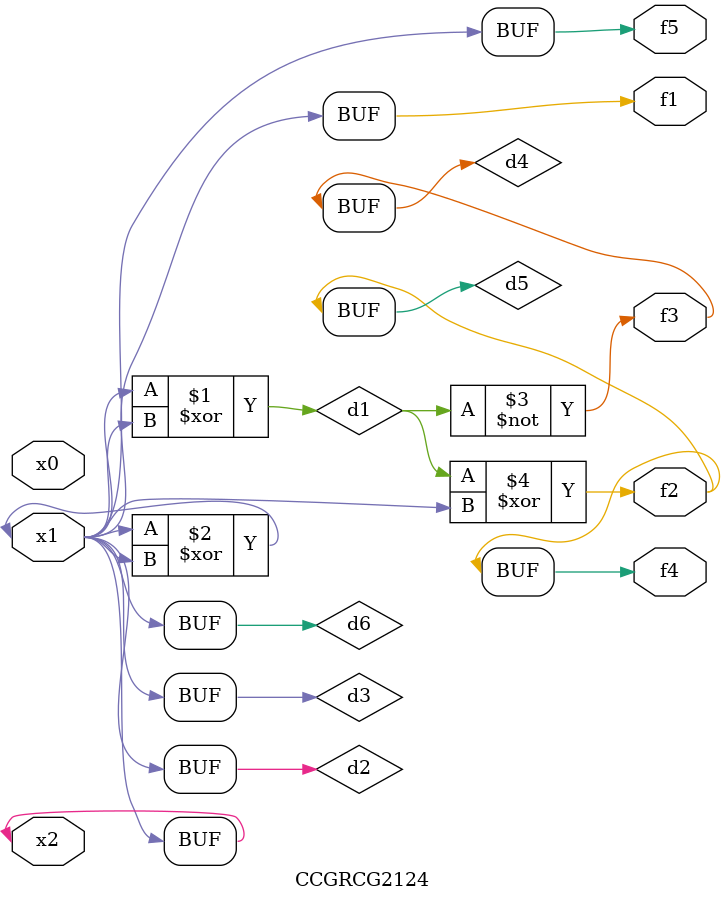
<source format=v>
module CCGRCG2124(
	input x0, x1, x2,
	output f1, f2, f3, f4, f5
);

	wire d1, d2, d3, d4, d5, d6;

	xor (d1, x1, x2);
	buf (d2, x1, x2);
	xor (d3, x1, x2);
	nor (d4, d1);
	xor (d5, d1, d2);
	buf (d6, d2, d3);
	assign f1 = d6;
	assign f2 = d5;
	assign f3 = d4;
	assign f4 = d5;
	assign f5 = d6;
endmodule

</source>
